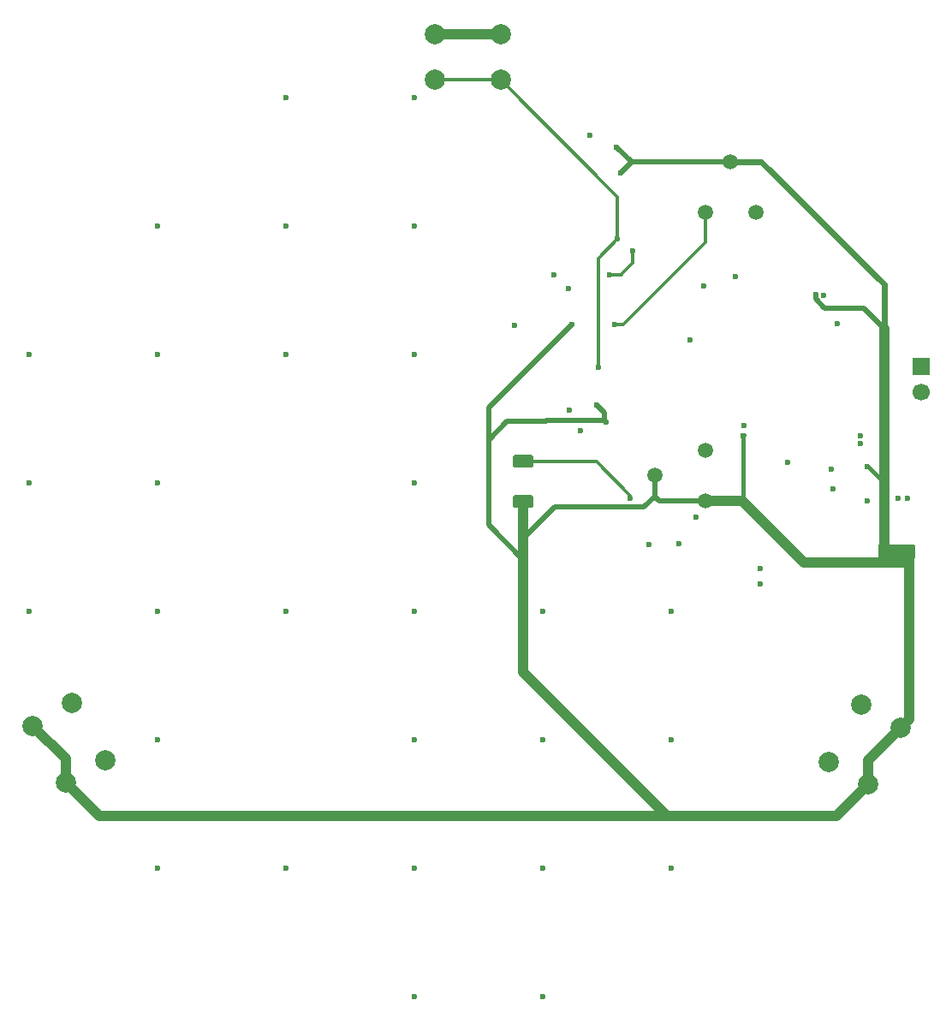
<source format=gbr>
%TF.GenerationSoftware,KiCad,Pcbnew,9.0.0*%
%TF.CreationDate,2025-05-12T19:59:56-03:00*%
%TF.ProjectId,kicad proyecto,6b696361-6420-4707-926f-796563746f2e,rev?*%
%TF.SameCoordinates,Original*%
%TF.FileFunction,Copper,L4,Bot*%
%TF.FilePolarity,Positive*%
%FSLAX46Y46*%
G04 Gerber Fmt 4.6, Leading zero omitted, Abs format (unit mm)*
G04 Created by KiCad (PCBNEW 9.0.0) date 2025-05-12 19:59:56*
%MOMM*%
%LPD*%
G01*
G04 APERTURE LIST*
G04 Aperture macros list*
%AMRoundRect*
0 Rectangle with rounded corners*
0 $1 Rounding radius*
0 $2 $3 $4 $5 $6 $7 $8 $9 X,Y pos of 4 corners*
0 Add a 4 corners polygon primitive as box body*
4,1,4,$2,$3,$4,$5,$6,$7,$8,$9,$2,$3,0*
0 Add four circle primitives for the rounded corners*
1,1,$1+$1,$2,$3*
1,1,$1+$1,$4,$5*
1,1,$1+$1,$6,$7*
1,1,$1+$1,$8,$9*
0 Add four rect primitives between the rounded corners*
20,1,$1+$1,$2,$3,$4,$5,0*
20,1,$1+$1,$4,$5,$6,$7,0*
20,1,$1+$1,$6,$7,$8,$9,0*
20,1,$1+$1,$8,$9,$2,$3,0*%
G04 Aperture macros list end*
%TA.AperFunction,ComponentPad*%
%ADD10C,2.000000*%
%TD*%
%TA.AperFunction,ComponentPad*%
%ADD11C,1.498600*%
%TD*%
%TA.AperFunction,ComponentPad*%
%ADD12R,1.700000X1.700000*%
%TD*%
%TA.AperFunction,ComponentPad*%
%ADD13C,1.700000*%
%TD*%
%TA.AperFunction,ComponentPad*%
%ADD14RoundRect,0.190500X-0.809500X-0.444500X0.809500X-0.444500X0.809500X0.444500X-0.809500X0.444500X0*%
%TD*%
%TA.AperFunction,ViaPad*%
%ADD15C,0.600000*%
%TD*%
%TA.AperFunction,Conductor*%
%ADD16C,0.500000*%
%TD*%
%TA.AperFunction,Conductor*%
%ADD17C,1.000000*%
%TD*%
%TA.AperFunction,Conductor*%
%ADD18C,0.200000*%
%TD*%
%TA.AperFunction,Conductor*%
%ADD19C,0.350000*%
%TD*%
%TA.AperFunction,Conductor*%
%ADD20C,0.600000*%
%TD*%
%TA.AperFunction,Conductor*%
%ADD21C,0.400000*%
%TD*%
G04 APERTURE END LIST*
D10*
%TO.P,SW3,1,A*%
%TO.N,+5V*%
X187823557Y-125810418D03*
X184573557Y-131439583D03*
%TO.P,SW3,2,B*%
%TO.N,Net-(SW1-B)*%
X183926443Y-123560418D03*
X180676443Y-129189583D03*
%TD*%
D11*
%TO.P,50k1,1,1*%
%TO.N,+5V*%
X168503600Y-103378000D03*
%TO.P,50k1,2,2*%
X163503600Y-100878000D03*
%TO.P,50k1,3,3*%
%TO.N,Net-(U2-DIS)*%
X168503600Y-98378010D03*
%TD*%
%TO.P,10k1,1,1*%
%TO.N,+5V*%
X168518200Y-74875400D03*
%TO.P,10k1,2,2*%
X171018200Y-69875400D03*
%TO.P,10k1,3,3*%
%TO.N,Net-(U1-DIS)*%
X173518190Y-74875400D03*
%TD*%
D10*
%TO.P,SW2,1,A*%
%TO.N,RESET*%
X148250000Y-61750000D03*
X141750000Y-61750000D03*
%TO.P,SW2,2,B*%
%TO.N,GND*%
X148250000Y-57250000D03*
X141750000Y-57250000D03*
%TD*%
%TO.P,SW1,1,A*%
%TO.N,+5V*%
X105250000Y-131250000D03*
X102000000Y-125620835D03*
%TO.P,SW1,2,B*%
%TO.N,Net-(SW1-B)*%
X109147114Y-129000000D03*
X105897114Y-123370835D03*
%TD*%
D12*
%TO.P,J2,1,Pin_1*%
%TO.N,Net-(J2-Pin_1)*%
X189839600Y-90119200D03*
D13*
%TO.P,J2,2,Pin_2*%
%TO.N,Net-(J2-Pin_2)*%
X189839599Y-92659199D03*
%TD*%
D14*
%TO.P,BZ1,1,+*%
%TO.N,+5V*%
X150500000Y-103500000D03*
%TO.P,BZ1,2,-*%
%TO.N,Net-(BZ1--)*%
X150500000Y-99500000D03*
%TD*%
D15*
%TO.N,+5V*%
X160172400Y-70942200D03*
X157750000Y-93903800D03*
X159530802Y-85921602D03*
X172237400Y-96926400D03*
X184505602Y-100025202D03*
X155321000Y-85928200D03*
X187629800Y-108356400D03*
X179414893Y-82986042D03*
X152730200Y-95504000D03*
X159689800Y-68402200D03*
X188671200Y-108356400D03*
X158699200Y-95631000D03*
%TO.N,Net-(BZ1--)*%
X161086800Y-103098600D03*
%TO.N,GND*%
X165100000Y-114300000D03*
X149675000Y-86000000D03*
X155067000Y-94437200D03*
X165912800Y-107595000D03*
X156159200Y-96443800D03*
X127000000Y-88900000D03*
X127000000Y-114300000D03*
X188518800Y-103124000D03*
X114300000Y-127000000D03*
X127000000Y-76200000D03*
X139700000Y-152400000D03*
X139700000Y-63500000D03*
X157099000Y-67233800D03*
X101600000Y-101600000D03*
X152400000Y-139700000D03*
X165100000Y-139700000D03*
X114300000Y-88900000D03*
X114300000Y-139700000D03*
X139700000Y-114300000D03*
X139700000Y-76200000D03*
X168325800Y-82118200D03*
X139700000Y-127000000D03*
X127000000Y-139700000D03*
X181559205Y-85852005D03*
X114300000Y-101600000D03*
X187553600Y-103098600D03*
X172313600Y-95910400D03*
X173939200Y-110083600D03*
X183870600Y-97688400D03*
X152400000Y-152400000D03*
X167614600Y-104978200D03*
X101600000Y-114300000D03*
X152400000Y-127000000D03*
X167030400Y-87503000D03*
X153517600Y-81051400D03*
X139700000Y-101600000D03*
X114300000Y-76200000D03*
X155016200Y-82346800D03*
X114300000Y-114300000D03*
X101600000Y-88900000D03*
X181127400Y-102173200D03*
X173939200Y-111556800D03*
X162941000Y-107670600D03*
X183845200Y-96926400D03*
X139700000Y-139700000D03*
X165100000Y-127000000D03*
X184556400Y-103352600D03*
X180214231Y-83018647D03*
X139700000Y-88900000D03*
X145000000Y-57250000D03*
X181000400Y-100228400D03*
X127000000Y-63500000D03*
X171526200Y-81178400D03*
X152400000Y-114300000D03*
X176682400Y-99568000D03*
%TO.N,Net-(U6-Q0)*%
X161290000Y-78638400D03*
X159000000Y-81000000D03*
%TO.N,RESET*%
X157917213Y-90174999D03*
X159842200Y-77500000D03*
%TD*%
D16*
%TO.N,+5V*%
X186182000Y-107772200D02*
X186893200Y-108483400D01*
X163503600Y-102917000D02*
X163964600Y-103378000D01*
D17*
X188671200Y-108356400D02*
X188671200Y-109397800D01*
D18*
X172237400Y-103441996D02*
X173297602Y-104502198D01*
D16*
X186131200Y-101650800D02*
X186182000Y-101600000D01*
X162420600Y-104000000D02*
X163503600Y-102917000D01*
D17*
X172173404Y-103378000D02*
X173297602Y-104502198D01*
D16*
X186131200Y-101650800D02*
X186182000Y-101701600D01*
D17*
X157911800Y-134543800D02*
X181469340Y-134543800D01*
X187823557Y-125810418D02*
X184573557Y-129060418D01*
X186182000Y-86334600D02*
X186182000Y-87452200D01*
D19*
X160407598Y-85921602D02*
X168518200Y-77811000D01*
D16*
X147066000Y-94183200D02*
X147066000Y-97332800D01*
X161224600Y-69890000D02*
X171003600Y-69890000D01*
D20*
X174066200Y-69875400D02*
X171018200Y-69875400D01*
X186182000Y-81991200D02*
X186182000Y-87452200D01*
D21*
X184505602Y-100025202D02*
X184607202Y-100025202D01*
D19*
X171003600Y-69890000D02*
X171018200Y-69875400D01*
D16*
X163503600Y-102917000D02*
X163503600Y-100878000D01*
X150500000Y-107111800D02*
X150500000Y-103500000D01*
D19*
X158496000Y-95427800D02*
X158546800Y-95377000D01*
D17*
X168503600Y-103378000D02*
X172173404Y-103378000D01*
D16*
X160172400Y-70942200D02*
X161224600Y-69890000D01*
D17*
X188671200Y-110000886D02*
X188645800Y-110026286D01*
D18*
X159689800Y-68402200D02*
X159736800Y-68402200D01*
D19*
X158699200Y-95529400D02*
X158546800Y-95377000D01*
D17*
X164693600Y-134543800D02*
X157911800Y-134543800D01*
D16*
X184150000Y-84302600D02*
X186182000Y-86334600D01*
D17*
X108543800Y-134543800D02*
X157911800Y-134543800D01*
D21*
X172237400Y-96926400D02*
X172237400Y-103441996D01*
D16*
X162420600Y-104000000D02*
X153611800Y-104000000D01*
D17*
X178269404Y-109474000D02*
X188595000Y-109474000D01*
X150500000Y-103500000D02*
X150500000Y-110769400D01*
D16*
X152806400Y-95427800D02*
X158496000Y-95427800D01*
X148894800Y-95504000D02*
X147066000Y-97332800D01*
D20*
X186182000Y-81991200D02*
X174066200Y-69875400D01*
D16*
X147066000Y-105791000D02*
X150500000Y-109225000D01*
X147066000Y-97332800D02*
X147066000Y-105791000D01*
D17*
X186182000Y-101701600D02*
X186182000Y-107772200D01*
D16*
X179414893Y-83428293D02*
X180289200Y-84302600D01*
X159736800Y-68402200D02*
X161224600Y-69890000D01*
D17*
X188645800Y-110026286D02*
X188645800Y-124988175D01*
X181469340Y-134543800D02*
X184573557Y-131439583D01*
X188671200Y-109397800D02*
X188671200Y-110000886D01*
X188595000Y-109474000D02*
X188671200Y-109397800D01*
D19*
X159530802Y-85921602D02*
X160407598Y-85921602D01*
X152730200Y-95504000D02*
X152806400Y-95427800D01*
D17*
X105250000Y-128870835D02*
X105250000Y-131250000D01*
D21*
X184607202Y-100025202D02*
X186182000Y-101600000D01*
D16*
X152730200Y-95504000D02*
X148894800Y-95504000D01*
X155321000Y-85928200D02*
X147066000Y-94183200D01*
D17*
X150500000Y-110769400D02*
X150500000Y-120350200D01*
X102000000Y-125620835D02*
X105250000Y-128870835D01*
D19*
X158699200Y-95631000D02*
X158699200Y-95529400D01*
D17*
X150500000Y-120350200D02*
X164693600Y-134543800D01*
D21*
X172237400Y-96926400D02*
X172313600Y-96850200D01*
D16*
X158546800Y-94700600D02*
X157750000Y-93903800D01*
X153611800Y-104000000D02*
X150500000Y-107111800D01*
D17*
X105250000Y-131250000D02*
X108543800Y-134543800D01*
D19*
X168518200Y-77811000D02*
X168518200Y-74875400D01*
D21*
X186182000Y-101600000D02*
X186182000Y-101701600D01*
D16*
X179414893Y-82986042D02*
X179414893Y-83428293D01*
D17*
X186182000Y-101600000D02*
X186182000Y-87452200D01*
D16*
X180289200Y-84302600D02*
X184150000Y-84302600D01*
X158546800Y-95377000D02*
X158546800Y-94700600D01*
D17*
X184573557Y-129060418D02*
X184573557Y-131439583D01*
X188645800Y-124988175D02*
X187823557Y-125810418D01*
D19*
X150500000Y-109225000D02*
X150500000Y-110769400D01*
D16*
X163964600Y-103378000D02*
X168503600Y-103378000D01*
D17*
X173297602Y-104502198D02*
X178269404Y-109474000D01*
D19*
%TO.N,Net-(BZ1--)*%
X157750000Y-99500000D02*
X150500000Y-99500000D01*
X161086800Y-102836800D02*
X157750000Y-99500000D01*
X161086800Y-103098600D02*
X161086800Y-102836800D01*
D17*
%TO.N,GND*%
X141750000Y-57250000D02*
X145000000Y-57250000D01*
X145000000Y-57250000D02*
X148250000Y-57250000D01*
D19*
%TO.N,Net-(U6-Q0)*%
X161290000Y-78638400D02*
X161290000Y-79885000D01*
D18*
X160198400Y-80976600D02*
X160198400Y-81000000D01*
D19*
X159000000Y-81000000D02*
X160198400Y-81000000D01*
X161290000Y-79885000D02*
X160198400Y-80976600D01*
%TO.N,RESET*%
X157917213Y-79424987D02*
X157917213Y-88461204D01*
X141750000Y-61750000D02*
X148250000Y-61750000D01*
X157926000Y-88469991D02*
X157926000Y-89030009D01*
X159842200Y-77500000D02*
X159842200Y-73342200D01*
X159842200Y-73342200D02*
X148250000Y-61750000D01*
X157926000Y-89030009D02*
X157917213Y-89038796D01*
X159842200Y-77500000D02*
X157917213Y-79424987D01*
X157917213Y-89038796D02*
X157917213Y-90174999D01*
X157917213Y-88461204D02*
X157926000Y-88469991D01*
%TD*%
%TA.AperFunction,Conductor*%
%TO.N,+5V*%
G36*
X189173039Y-107690285D02*
G01*
X189218794Y-107743089D01*
X189230000Y-107794600D01*
X189230000Y-109021545D01*
X189210315Y-109088584D01*
X189157511Y-109134339D01*
X189107759Y-109145533D01*
X185772280Y-109192845D01*
X185704968Y-109174113D01*
X185658469Y-109121963D01*
X185646538Y-109070926D01*
X185625301Y-107796665D01*
X185643866Y-107729308D01*
X185695900Y-107682680D01*
X185749284Y-107670600D01*
X189106000Y-107670600D01*
X189173039Y-107690285D01*
G37*
%TD.AperFunction*%
%TD*%
M02*

</source>
